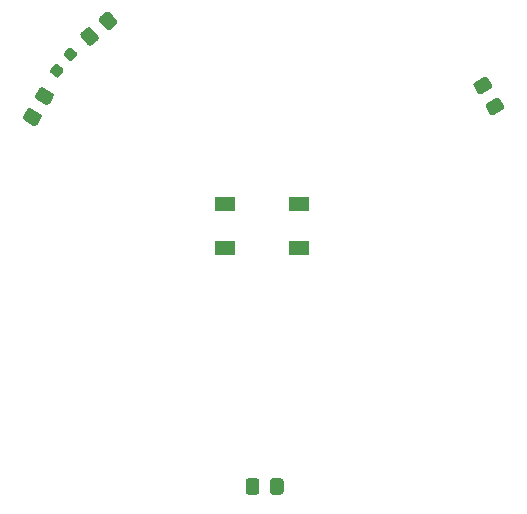
<source format=gbr>
G04 #@! TF.GenerationSoftware,KiCad,Pcbnew,(5.1.8-0-10_14)*
G04 #@! TF.CreationDate,2021-02-03T00:58:45+08:00*
G04 #@! TF.ProjectId,mops-out,6d6f7073-2d6f-4757-942e-6b696361645f,rev?*
G04 #@! TF.SameCoordinates,Original*
G04 #@! TF.FileFunction,Paste,Bot*
G04 #@! TF.FilePolarity,Positive*
%FSLAX46Y46*%
G04 Gerber Fmt 4.6, Leading zero omitted, Abs format (unit mm)*
G04 Created by KiCad (PCBNEW (5.1.8-0-10_14)) date 2021-02-03 00:58:45*
%MOMM*%
%LPD*%
G01*
G04 APERTURE LIST*
%ADD10R,1.799996X1.199896*%
G04 APERTURE END LIST*
G36*
G01*
X110754879Y-61302907D02*
X111118750Y-61608231D01*
G75*
G02*
X111148024Y-61942829I-152662J-181936D01*
G01*
X110826631Y-62325851D01*
G75*
G02*
X110492033Y-62355125I-181936J152662D01*
G01*
X110128162Y-62049801D01*
G75*
G02*
X110098888Y-61715203I152662J181936D01*
G01*
X110420281Y-61332181D01*
G75*
G02*
X110754879Y-61302907I181936J-152662D01*
G01*
G37*
G36*
G01*
X111927967Y-59904875D02*
X112291838Y-60210199D01*
G75*
G02*
X112321112Y-60544797I-152662J-181936D01*
G01*
X111999719Y-60927819D01*
G75*
G02*
X111665121Y-60957093I-181936J152662D01*
G01*
X111301250Y-60651769D01*
G75*
G02*
X111271976Y-60317171I152662J181936D01*
G01*
X111593369Y-59934149D01*
G75*
G02*
X111927967Y-59904875I181936J-152662D01*
G01*
G37*
G36*
G01*
X113547167Y-58209730D02*
X114125677Y-58899171D01*
G75*
G02*
X114094863Y-59251377I-191510J-160696D01*
G01*
X113596933Y-59669190D01*
G75*
G02*
X113244727Y-59638376I-160696J191510D01*
G01*
X112666217Y-58948935D01*
G75*
G02*
X112697031Y-58596729I191510J160696D01*
G01*
X113194961Y-58178916D01*
G75*
G02*
X113547167Y-58209730I160696J-191510D01*
G01*
G37*
G36*
G01*
X115117559Y-56892016D02*
X115696069Y-57581457D01*
G75*
G02*
X115665255Y-57933663I-191510J-160696D01*
G01*
X115167325Y-58351476D01*
G75*
G02*
X114815119Y-58320662I-160696J191510D01*
G01*
X114236609Y-57631221D01*
G75*
G02*
X114267423Y-57279015I191510J160696D01*
G01*
X114765353Y-56861202D01*
G75*
G02*
X115117559Y-56892016I160696J-191510D01*
G01*
G37*
D10*
X131100070Y-73149991D03*
X131100070Y-76850009D03*
X124899930Y-73149991D03*
X124899930Y-76850009D03*
G36*
G01*
X147035288Y-64574712D02*
X147814713Y-64124711D01*
G75*
G02*
X148156217Y-64216216I124999J-216505D01*
G01*
X148481218Y-64779135D01*
G75*
G02*
X148389713Y-65120640I-216505J-125000D01*
G01*
X147610288Y-65570641D01*
G75*
G02*
X147268783Y-65479135I-125000J216505D01*
G01*
X146943782Y-64916216D01*
G75*
G02*
X147035288Y-64574712I216505J124999D01*
G01*
G37*
G36*
G01*
X146010288Y-62799360D02*
X146789713Y-62349359D01*
G75*
G02*
X147131217Y-62440864I124999J-216505D01*
G01*
X147456218Y-63003783D01*
G75*
G02*
X147364713Y-63345288I-216505J-125000D01*
G01*
X146585288Y-63795289D01*
G75*
G02*
X146243783Y-63703783I-125000J216505D01*
G01*
X145918782Y-63140864D01*
G75*
G02*
X146010288Y-62799360I216505J124999D01*
G01*
G37*
G36*
G01*
X127770000Y-96569999D02*
X127770000Y-97470001D01*
G75*
G02*
X127520001Y-97720000I-249999J0D01*
G01*
X126869999Y-97720000D01*
G75*
G02*
X126620000Y-97470001I0J249999D01*
G01*
X126620000Y-96569999D01*
G75*
G02*
X126869999Y-96320000I249999J0D01*
G01*
X127520001Y-96320000D01*
G75*
G02*
X127770000Y-96569999I0J-249999D01*
G01*
G37*
G36*
G01*
X129820000Y-96569999D02*
X129820000Y-97470001D01*
G75*
G02*
X129570001Y-97720000I-249999J0D01*
G01*
X128919999Y-97720000D01*
G75*
G02*
X128670000Y-97470001I0J249999D01*
G01*
X128670000Y-96569999D01*
G75*
G02*
X128919999Y-96320000I249999J0D01*
G01*
X129570001Y-96320000D01*
G75*
G02*
X129820000Y-96569999I0J-249999D01*
G01*
G37*
G36*
G01*
X109674713Y-64695289D02*
X108895287Y-64245288D01*
G75*
G02*
X108803782Y-63903784I125000J216505D01*
G01*
X109128783Y-63340865D01*
G75*
G02*
X109470288Y-63249359I216505J-124999D01*
G01*
X110249713Y-63699360D01*
G75*
G02*
X110341218Y-64040864I-125000J-216505D01*
G01*
X110016217Y-64603783D01*
G75*
G02*
X109674713Y-64695289I-216505J124999D01*
G01*
G37*
G36*
G01*
X108649713Y-66470641D02*
X107870287Y-66020640D01*
G75*
G02*
X107778782Y-65679136I125000J216505D01*
G01*
X108103783Y-65116217D01*
G75*
G02*
X108445288Y-65024711I216505J-124999D01*
G01*
X109224713Y-65474712D01*
G75*
G02*
X109316218Y-65816216I-125000J-216505D01*
G01*
X108991217Y-66379135D01*
G75*
G02*
X108649713Y-66470641I-216505J124999D01*
G01*
G37*
M02*

</source>
